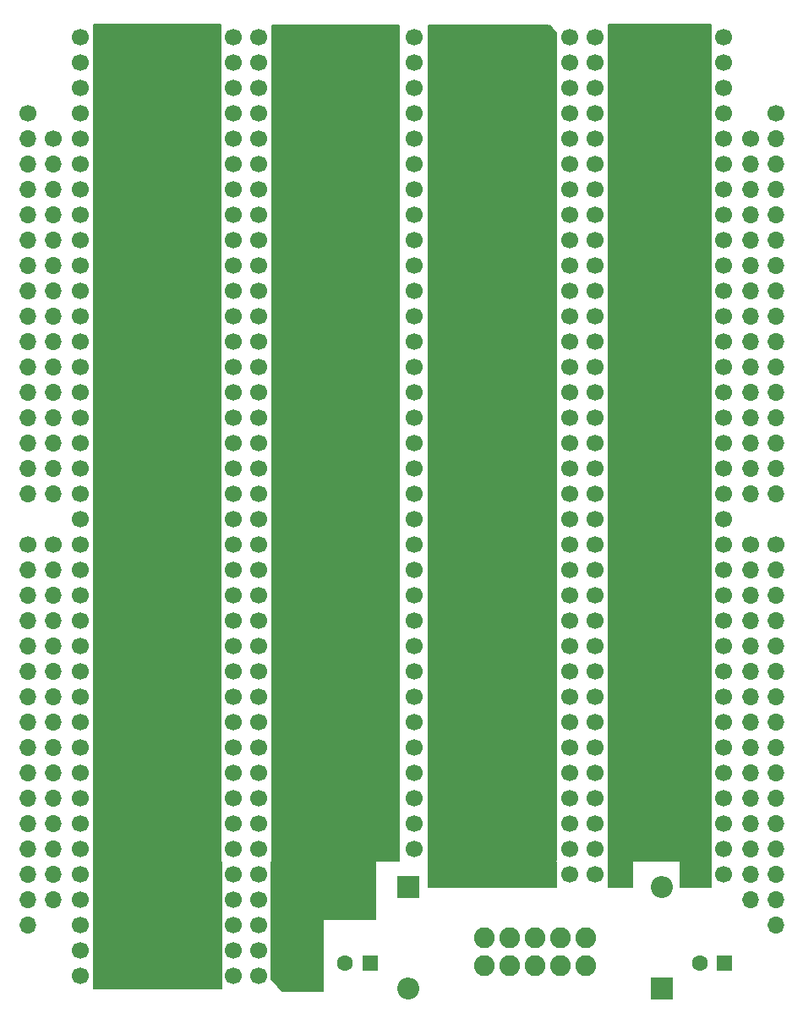
<source format=gbs>
G04 #@! TF.GenerationSoftware,KiCad,Pcbnew,(6.0.11-0)*
G04 #@! TF.CreationDate,2023-03-26T21:41:22+01:00*
G04 #@! TF.ProjectId,mainboard,6d61696e-626f-4617-9264-2e6b69636164,rev?*
G04 #@! TF.SameCoordinates,Original*
G04 #@! TF.FileFunction,Soldermask,Bot*
G04 #@! TF.FilePolarity,Negative*
%FSLAX46Y46*%
G04 Gerber Fmt 4.6, Leading zero omitted, Abs format (unit mm)*
G04 Created by KiCad (PCBNEW (6.0.11-0)) date 2023-03-26 21:41:22*
%MOMM*%
%LPD*%
G01*
G04 APERTURE LIST*
%ADD10C,0.150000*%
%ADD11C,1.700000*%
%ADD12O,1.700000X1.700000*%
%ADD13R,1.600000X1.600000*%
%ADD14C,1.600000*%
%ADD15R,2.200000X2.200000*%
%ADD16O,2.200000X2.200000*%
%ADD17C,2.082800*%
G04 APERTURE END LIST*
D10*
X27051000Y-1320800D02*
X39751000Y-1320800D01*
X39751000Y-1320800D02*
X39751000Y-84963000D01*
X39751000Y-84963000D02*
X27051000Y-84963000D01*
X27051000Y-84963000D02*
X27051000Y-1320800D01*
G36*
X27051000Y-1320800D02*
G01*
X39751000Y-1320800D01*
X39751000Y-84963000D01*
X27051000Y-84963000D01*
X27051000Y-1320800D01*
G37*
X26924000Y-95250000D02*
X32131000Y-95250000D01*
X32131000Y-95250000D02*
X32131000Y-90805000D01*
X32131000Y-90805000D02*
X26924000Y-90805000D01*
X26924000Y-90805000D02*
X26924000Y-95250000D01*
G36*
X26924000Y-95250000D02*
G01*
X32131000Y-95250000D01*
X32131000Y-90805000D01*
X26924000Y-90805000D01*
X26924000Y-95250000D01*
G37*
X42672000Y-1320800D02*
X54762400Y-1320800D01*
X54762400Y-1320800D02*
X54762400Y-84963000D01*
X54762400Y-84963000D02*
X42672000Y-84963000D01*
X42672000Y-84963000D02*
X42672000Y-1320800D01*
G36*
X42672000Y-1320800D02*
G01*
X54762400Y-1320800D01*
X54762400Y-84963000D01*
X42672000Y-84963000D01*
X42672000Y-1320800D01*
G37*
X21971000Y-90805000D02*
X9144000Y-90805000D01*
X9144000Y-90805000D02*
X9144000Y-85090000D01*
X9144000Y-85090000D02*
X21971000Y-85090000D01*
X21971000Y-85090000D02*
X21971000Y-90805000D01*
G36*
X21971000Y-90805000D02*
G01*
X9144000Y-90805000D01*
X9144000Y-85090000D01*
X21971000Y-85090000D01*
X21971000Y-90805000D01*
G37*
G36*
X32131000Y-98044000D02*
G01*
X28092400Y-98044000D01*
X26924000Y-96875600D01*
X26924000Y-95351600D01*
X32131000Y-95351600D01*
X32131000Y-98044000D01*
G37*
X32131000Y-98044000D02*
X28092400Y-98044000D01*
X26924000Y-96875600D01*
X26924000Y-95351600D01*
X32131000Y-95351600D01*
X32131000Y-98044000D01*
X60706000Y-1270000D02*
X70993000Y-1270000D01*
X70993000Y-1270000D02*
X70993000Y-84963000D01*
X70993000Y-84963000D02*
X60706000Y-84963000D01*
X60706000Y-84963000D02*
X60706000Y-1270000D01*
G36*
X60706000Y-1270000D02*
G01*
X70993000Y-1270000D01*
X70993000Y-84963000D01*
X60706000Y-84963000D01*
X60706000Y-1270000D01*
G37*
X60706000Y-85090000D02*
X63119000Y-85090000D01*
X63119000Y-85090000D02*
X63119000Y-87630000D01*
X63119000Y-87630000D02*
X60706000Y-87630000D01*
X60706000Y-87630000D02*
X60706000Y-85090000D01*
G36*
X60706000Y-85090000D02*
G01*
X63119000Y-85090000D01*
X63119000Y-87630000D01*
X60706000Y-87630000D01*
X60706000Y-85090000D01*
G37*
G36*
X55524400Y-2082800D02*
G01*
X55473600Y-84937600D01*
X54914800Y-84937600D01*
X54813200Y-1371600D01*
X55524400Y-2082800D01*
G37*
X55524400Y-2082800D02*
X55473600Y-84937600D01*
X54914800Y-84937600D01*
X54813200Y-1371600D01*
X55524400Y-2082800D01*
X37338000Y-90805000D02*
X26924000Y-90805000D01*
X26924000Y-90805000D02*
X26924000Y-85090000D01*
X26924000Y-85090000D02*
X37338000Y-85090000D01*
X37338000Y-85090000D02*
X37338000Y-90805000D01*
G36*
X37338000Y-90805000D02*
G01*
X26924000Y-90805000D01*
X26924000Y-85090000D01*
X37338000Y-85090000D01*
X37338000Y-90805000D01*
G37*
X55499000Y-87630000D02*
X42672000Y-87630000D01*
X42672000Y-87630000D02*
X42672000Y-85090000D01*
X42672000Y-85090000D02*
X55499000Y-85090000D01*
X55499000Y-85090000D02*
X55499000Y-87630000D01*
G36*
X55499000Y-87630000D02*
G01*
X42672000Y-87630000D01*
X42672000Y-85090000D01*
X55499000Y-85090000D01*
X55499000Y-87630000D01*
G37*
X9144000Y-97790000D02*
X21971000Y-97790000D01*
X21971000Y-97790000D02*
X21971000Y-90805000D01*
X21971000Y-90805000D02*
X9144000Y-90805000D01*
X9144000Y-90805000D02*
X9144000Y-97790000D01*
G36*
X9144000Y-97790000D02*
G01*
X21971000Y-97790000D01*
X21971000Y-90805000D01*
X9144000Y-90805000D01*
X9144000Y-97790000D01*
G37*
X9144000Y-1270000D02*
X21844000Y-1270000D01*
X21844000Y-1270000D02*
X21844000Y-85090000D01*
X21844000Y-85090000D02*
X9144000Y-85090000D01*
X9144000Y-85090000D02*
X9144000Y-1270000D01*
G36*
X9144000Y-1270000D02*
G01*
X21844000Y-1270000D01*
X21844000Y-85090000D01*
X9144000Y-85090000D01*
X9144000Y-1270000D01*
G37*
X67945000Y-85090000D02*
X70993000Y-85090000D01*
X70993000Y-85090000D02*
X70993000Y-87630000D01*
X70993000Y-87630000D02*
X67945000Y-87630000D01*
X67945000Y-87630000D02*
X67945000Y-85090000D01*
G36*
X67945000Y-85090000D02*
G01*
X70993000Y-85090000D01*
X70993000Y-87630000D01*
X67945000Y-87630000D01*
X67945000Y-85090000D01*
G37*
D11*
X35877500Y-40640000D03*
X18097500Y-88900000D03*
X30797500Y-2540000D03*
X69532500Y-35560000D03*
X38417500Y-55880000D03*
X69532500Y-30480000D03*
X7778750Y-43180000D03*
X25717500Y-63500000D03*
X49212500Y-50800000D03*
X30797500Y-93980000D03*
X64452500Y-5080000D03*
X33337500Y-76200000D03*
X13017500Y-38100000D03*
X59372500Y-55880000D03*
X18097500Y-60960000D03*
X30797500Y-22860000D03*
X33337500Y-17780000D03*
X10477500Y-33020000D03*
X10477500Y-88900000D03*
X25717500Y-58420000D03*
X66992500Y-66040000D03*
X35877500Y-43180000D03*
X20637500Y-83820000D03*
X35877500Y-5080000D03*
X74920000Y-12700000D03*
D12*
X74920000Y-15240000D03*
X74920000Y-17780000D03*
X74920000Y-20320000D03*
X74920000Y-22860000D03*
X74920000Y-25400000D03*
X74920000Y-27940000D03*
X74920000Y-30480000D03*
X74920000Y-33020000D03*
X74920000Y-35560000D03*
X74920000Y-38100000D03*
X74920000Y-40640000D03*
X74920000Y-43180000D03*
X74920000Y-45720000D03*
X74920000Y-48260000D03*
D11*
X18097500Y-45720000D03*
X61912500Y-5080000D03*
X7778750Y-50800000D03*
X35877500Y-17780000D03*
X35877500Y-60960000D03*
X51752500Y-45720000D03*
X51752500Y-78740000D03*
X38417500Y-43180000D03*
X33337500Y-35560000D03*
X30797500Y-25400000D03*
X35877500Y-48260000D03*
X41275000Y-38100000D03*
X23177500Y-86360000D03*
X18097500Y-96520000D03*
X46672500Y-40640000D03*
X66992500Y-76200000D03*
X61912500Y-33020000D03*
X10477500Y-53340000D03*
X13017500Y-93980000D03*
X41275000Y-48260000D03*
X28257500Y-2540000D03*
X28257500Y-93980000D03*
X38417500Y-45720000D03*
X72231250Y-22860000D03*
X10477500Y-71120000D03*
X49212500Y-27940000D03*
X49212500Y-38100000D03*
X41275000Y-17780000D03*
X44132500Y-40640000D03*
X18097500Y-66040000D03*
X59372500Y-7620000D03*
X13017500Y-63500000D03*
X30797500Y-63500000D03*
X61912500Y-10160000D03*
X51752500Y-25400000D03*
X69532500Y-76200000D03*
X41275000Y-60960000D03*
X66992500Y-5080000D03*
X66992500Y-20320000D03*
X54292500Y-50800000D03*
X10477500Y-40640000D03*
X56832500Y-30480000D03*
X46672500Y-33020000D03*
X69532500Y-58420000D03*
X66992500Y-7620000D03*
X49212500Y-7620000D03*
X69532500Y-20320000D03*
X25717500Y-86360000D03*
X69532500Y-2540000D03*
X15557500Y-30480000D03*
X56832500Y-2540000D03*
X28257500Y-40640000D03*
X61912500Y-48260000D03*
X44132500Y-48260000D03*
X44132500Y-27940000D03*
X7778750Y-71120000D03*
X5080000Y-12700000D03*
D12*
X5080000Y-15240000D03*
X5080000Y-17780000D03*
X5080000Y-20320000D03*
X5080000Y-22860000D03*
X5080000Y-25400000D03*
X5080000Y-27940000D03*
X5080000Y-30480000D03*
X5080000Y-33020000D03*
X5080000Y-35560000D03*
X5080000Y-38100000D03*
X5080000Y-40640000D03*
X5080000Y-43180000D03*
X5080000Y-45720000D03*
X5080000Y-48260000D03*
D11*
X49212500Y-53340000D03*
X66992500Y-45720000D03*
X20637500Y-2540000D03*
X69532500Y-83820000D03*
X59372500Y-30480000D03*
X64452500Y-30480000D03*
X23177500Y-7620000D03*
X20637500Y-55880000D03*
X18097500Y-25400000D03*
X41275000Y-40640000D03*
X28257500Y-63500000D03*
X7778750Y-12700000D03*
X25717500Y-78740000D03*
X69532500Y-25400000D03*
X20637500Y-76200000D03*
X49212500Y-81280000D03*
X33337500Y-30480000D03*
X7778750Y-48260000D03*
X15557500Y-12700000D03*
X35877500Y-68580000D03*
X10477500Y-27940000D03*
X18097500Y-12700000D03*
X15557500Y-81280000D03*
X13017500Y-58420000D03*
X72231250Y-40640000D03*
X25717500Y-30480000D03*
X28257500Y-68580000D03*
X15557500Y-58420000D03*
X10477500Y-55880000D03*
X25717500Y-35560000D03*
X56832500Y-33020000D03*
X49212500Y-78740000D03*
X23177500Y-88900000D03*
X35877500Y-30480000D03*
X25717500Y-50800000D03*
X54292500Y-45720000D03*
X33337500Y-66040000D03*
X51752500Y-40640000D03*
X33337500Y-71120000D03*
X69532500Y-71120000D03*
X46672500Y-27940000D03*
X7778750Y-86360000D03*
X49212500Y-68580000D03*
X54292500Y-43180000D03*
X54292500Y-63500000D03*
X10477500Y-50800000D03*
X41275000Y-50800000D03*
X30797500Y-48260000D03*
X13017500Y-66040000D03*
X69532500Y-40640000D03*
X69532500Y-17780000D03*
X54292500Y-35560000D03*
X28257500Y-48260000D03*
X20637500Y-45720000D03*
X18097500Y-43180000D03*
X66992500Y-12700000D03*
X66992500Y-55880000D03*
X61912500Y-40640000D03*
X38417500Y-30480000D03*
X38417500Y-71120000D03*
X61912500Y-55880000D03*
X10477500Y-10160000D03*
X54292500Y-27940000D03*
X25717500Y-25400000D03*
X51752500Y-60960000D03*
X35877500Y-2540000D03*
X69532500Y-7620000D03*
X23177500Y-38100000D03*
X51752500Y-43180000D03*
X44132500Y-68580000D03*
X49212500Y-5080000D03*
X28257500Y-83820000D03*
X61912500Y-53340000D03*
X66992500Y-83820000D03*
X15557500Y-2540000D03*
X25717500Y-73660000D03*
X59372500Y-40640000D03*
X64452500Y-43180000D03*
X7778750Y-22860000D03*
X59372500Y-12700000D03*
X30797500Y-83820000D03*
X35877500Y-58420000D03*
X49212500Y-10160000D03*
X20637500Y-50800000D03*
X33337500Y-10160000D03*
X59372500Y-53340000D03*
X41275000Y-2540000D03*
X28257500Y-60960000D03*
X7778750Y-83820000D03*
X56832500Y-17780000D03*
X35877500Y-27940000D03*
X44132500Y-78740000D03*
X18097500Y-86360000D03*
X15557500Y-66040000D03*
X35877500Y-83820000D03*
X46672500Y-58420000D03*
X41275000Y-55880000D03*
X41275000Y-71120000D03*
X54292500Y-5080000D03*
X59372500Y-10160000D03*
X56832500Y-55880000D03*
X35877500Y-78740000D03*
X35877500Y-10160000D03*
X28257500Y-38100000D03*
X15557500Y-86360000D03*
X25717500Y-17780000D03*
X10477500Y-12700000D03*
X69532500Y-55880000D03*
X35877500Y-20320000D03*
X72231250Y-73660000D03*
X30797500Y-55880000D03*
X44132500Y-17780000D03*
X64452500Y-17780000D03*
X15557500Y-71120000D03*
X18097500Y-10160000D03*
X72231250Y-12700000D03*
X30797500Y-86360000D03*
X54292500Y-22860000D03*
X10477500Y-15240000D03*
X66992500Y-35560000D03*
X44132500Y-20320000D03*
X7778750Y-20320000D03*
X20637500Y-86360000D03*
X15557500Y-5080000D03*
X51752500Y-73660000D03*
D13*
X72350000Y-95250000D03*
D14*
X69850000Y-95250000D03*
D11*
X49212500Y-43180000D03*
X66992500Y-17780000D03*
X51752500Y-38100000D03*
X30797500Y-38100000D03*
X49212500Y-40640000D03*
X38417500Y-7620000D03*
X10477500Y-45720000D03*
X7778750Y-53340000D03*
X13017500Y-12700000D03*
X7778750Y-68580000D03*
X51752500Y-22860000D03*
X46672500Y-10160000D03*
X23177500Y-63500000D03*
X44132500Y-83820000D03*
X23177500Y-25400000D03*
X35877500Y-50800000D03*
X46672500Y-7620000D03*
X33337500Y-15240000D03*
X72231250Y-60960000D03*
X15557500Y-15240000D03*
X54292500Y-68580000D03*
X61912500Y-17780000D03*
X7778750Y-5080000D03*
X72231250Y-71120000D03*
X33337500Y-2540000D03*
X64452500Y-38100000D03*
X59372500Y-60960000D03*
X38417500Y-10160000D03*
X41275000Y-5080000D03*
X10477500Y-20320000D03*
X41275000Y-45720000D03*
X46672500Y-76200000D03*
X28257500Y-53340000D03*
X35877500Y-66040000D03*
X15557500Y-17780000D03*
X59372500Y-78740000D03*
X10477500Y-60960000D03*
X20637500Y-63500000D03*
X59372500Y-83820000D03*
X61912500Y-38100000D03*
X23177500Y-45720000D03*
X23177500Y-40640000D03*
X61912500Y-27940000D03*
X30797500Y-81280000D03*
X15557500Y-96520000D03*
X49212500Y-86360000D03*
X66992500Y-27940000D03*
X28257500Y-45720000D03*
X25717500Y-71120000D03*
X51752500Y-30480000D03*
X49212500Y-48260000D03*
X51752500Y-55880000D03*
X35877500Y-22860000D03*
X18097500Y-15240000D03*
X13017500Y-50800000D03*
X20637500Y-60960000D03*
X20637500Y-27940000D03*
X51752500Y-5080000D03*
X18097500Y-91440000D03*
X28257500Y-15240000D03*
X18097500Y-27940000D03*
X54292500Y-86360000D03*
X7778750Y-17780000D03*
X64452500Y-2540000D03*
X10477500Y-66040000D03*
X35877500Y-88900000D03*
X69532500Y-86360000D03*
X54292500Y-10160000D03*
X20637500Y-71120000D03*
X44132500Y-10160000D03*
X56832500Y-27940000D03*
X72231250Y-27940000D03*
X64452500Y-45720000D03*
X56832500Y-63500000D03*
X13017500Y-10160000D03*
X56832500Y-35560000D03*
X41275000Y-12700000D03*
X30797500Y-58420000D03*
X20637500Y-43180000D03*
X59372500Y-81280000D03*
X20637500Y-68580000D03*
X20637500Y-7620000D03*
X49212500Y-83820000D03*
X38417500Y-48260000D03*
X56832500Y-60960000D03*
X64452500Y-63500000D03*
X54292500Y-7620000D03*
X61912500Y-43180000D03*
X23177500Y-73660000D03*
X51752500Y-15240000D03*
X49212500Y-33020000D03*
X49212500Y-30480000D03*
X13017500Y-78740000D03*
X41275000Y-15240000D03*
X59372500Y-35560000D03*
X30797500Y-33020000D03*
X15557500Y-60960000D03*
X28257500Y-10160000D03*
X20637500Y-88900000D03*
X25717500Y-91440000D03*
X41275000Y-30480000D03*
X28257500Y-58420000D03*
X18097500Y-35560000D03*
X33337500Y-81280000D03*
X13017500Y-35560000D03*
X20637500Y-35560000D03*
X18097500Y-7620000D03*
X61912500Y-58420000D03*
X61912500Y-63500000D03*
X69532500Y-33020000D03*
X49212500Y-17780000D03*
X72231250Y-68580000D03*
X64452500Y-10160000D03*
X54292500Y-55880000D03*
X28257500Y-73660000D03*
X54292500Y-33020000D03*
X64452500Y-81280000D03*
X61912500Y-15240000D03*
X18097500Y-63500000D03*
X46672500Y-43180000D03*
X54292500Y-40640000D03*
X10477500Y-96520000D03*
X64452500Y-20320000D03*
X46672500Y-2540000D03*
X7778750Y-15240000D03*
X69532500Y-5080000D03*
X61912500Y-7620000D03*
X35877500Y-38100000D03*
X13017500Y-40640000D03*
X69532500Y-38100000D03*
X56832500Y-50800000D03*
X59372500Y-73660000D03*
X51752500Y-68580000D03*
X61912500Y-83820000D03*
X33337500Y-7620000D03*
X15557500Y-73660000D03*
X72231250Y-81280000D03*
X13017500Y-96520000D03*
X25717500Y-53340000D03*
X13017500Y-5080000D03*
X7778750Y-93980000D03*
X56832500Y-38100000D03*
X20637500Y-78740000D03*
X15557500Y-88900000D03*
X20637500Y-33020000D03*
X35877500Y-73660000D03*
X35877500Y-35560000D03*
X35877500Y-63500000D03*
X18097500Y-53340000D03*
X38417500Y-81280000D03*
X13017500Y-43180000D03*
X23177500Y-20320000D03*
X44132500Y-63500000D03*
X15557500Y-38100000D03*
X18097500Y-76200000D03*
X56832500Y-25400000D03*
X51752500Y-66040000D03*
X49212500Y-76200000D03*
X20637500Y-10160000D03*
X7778750Y-40640000D03*
X46672500Y-12700000D03*
X7778750Y-58420000D03*
X30797500Y-45720000D03*
X66992500Y-15240000D03*
X23177500Y-60960000D03*
X20637500Y-53340000D03*
X38417500Y-27940000D03*
X35877500Y-81280000D03*
X59372500Y-50800000D03*
X72231250Y-25400000D03*
X51752500Y-63500000D03*
X38417500Y-66040000D03*
X10477500Y-58420000D03*
X54292500Y-38100000D03*
X38417500Y-25400000D03*
X72231250Y-66040000D03*
X10477500Y-86360000D03*
X33337500Y-58420000D03*
X56832500Y-73660000D03*
X44132500Y-12700000D03*
X7778750Y-25400000D03*
X28257500Y-66040000D03*
X28257500Y-91440000D03*
X2540000Y-10160000D03*
D12*
X2540000Y-12700000D03*
X2540000Y-15240000D03*
X2540000Y-17780000D03*
X2540000Y-20320000D03*
X2540000Y-22860000D03*
X2540000Y-25400000D03*
X2540000Y-27940000D03*
X2540000Y-30480000D03*
X2540000Y-33020000D03*
X2540000Y-35560000D03*
X2540000Y-38100000D03*
X2540000Y-40640000D03*
X2540000Y-43180000D03*
X2540000Y-45720000D03*
X2540000Y-48260000D03*
D11*
X18097500Y-93980000D03*
X5080000Y-53340000D03*
D12*
X5080000Y-55880000D03*
X5080000Y-58420000D03*
X5080000Y-60960000D03*
X5080000Y-63500000D03*
X5080000Y-66040000D03*
X5080000Y-68580000D03*
X5080000Y-71120000D03*
X5080000Y-73660000D03*
X5080000Y-76200000D03*
X5080000Y-78740000D03*
X5080000Y-81280000D03*
X5080000Y-83820000D03*
X5080000Y-86360000D03*
X5080000Y-88900000D03*
D11*
X72231250Y-38100000D03*
X20637500Y-40640000D03*
X64452500Y-12700000D03*
X33337500Y-60960000D03*
X25717500Y-40640000D03*
X41275000Y-76200000D03*
X15557500Y-40640000D03*
X46672500Y-17780000D03*
X28257500Y-35560000D03*
X35877500Y-71120000D03*
X33337500Y-63500000D03*
X15557500Y-35560000D03*
X46672500Y-81280000D03*
X59372500Y-2540000D03*
X66992500Y-78740000D03*
X23177500Y-22860000D03*
X51752500Y-81280000D03*
X20637500Y-48260000D03*
X59372500Y-43180000D03*
X28257500Y-20320000D03*
X15557500Y-55880000D03*
X18097500Y-30480000D03*
X66992500Y-33020000D03*
X56832500Y-12700000D03*
X41275000Y-10160000D03*
X7778750Y-60960000D03*
X66992500Y-30480000D03*
X64452500Y-73660000D03*
X54292500Y-30480000D03*
X41275000Y-22860000D03*
X66992500Y-10160000D03*
X54292500Y-15240000D03*
X69532500Y-68580000D03*
X49212500Y-58420000D03*
X28257500Y-50800000D03*
X18097500Y-5080000D03*
X46672500Y-78740000D03*
X64452500Y-33020000D03*
X56832500Y-48260000D03*
X18097500Y-2540000D03*
X72231250Y-5080000D03*
X30797500Y-60960000D03*
X54292500Y-17780000D03*
X25717500Y-55880000D03*
X28257500Y-22860000D03*
X23177500Y-48260000D03*
X13017500Y-27940000D03*
X44132500Y-50800000D03*
X30797500Y-43180000D03*
X10477500Y-93980000D03*
X61912500Y-30480000D03*
X13017500Y-17780000D03*
X2540000Y-53340000D03*
D12*
X2540000Y-55880000D03*
X2540000Y-58420000D03*
X2540000Y-60960000D03*
X2540000Y-63500000D03*
X2540000Y-66040000D03*
X2540000Y-68580000D03*
X2540000Y-71120000D03*
X2540000Y-73660000D03*
X2540000Y-76200000D03*
X2540000Y-78740000D03*
X2540000Y-81280000D03*
X2540000Y-83820000D03*
X2540000Y-86360000D03*
X2540000Y-88900000D03*
X2540000Y-91440000D03*
D11*
X30797500Y-53340000D03*
X61912500Y-71120000D03*
X25717500Y-20320000D03*
X54292500Y-66040000D03*
X56832500Y-76200000D03*
X38417500Y-60960000D03*
X18097500Y-17780000D03*
X64452500Y-27940000D03*
X33337500Y-88900000D03*
X13017500Y-91440000D03*
X30797500Y-30480000D03*
X13017500Y-53340000D03*
X23177500Y-66040000D03*
X28257500Y-88900000D03*
X59372500Y-68580000D03*
X13017500Y-83820000D03*
X30797500Y-7620000D03*
D15*
X40640000Y-87630000D03*
D16*
X40640000Y-97790000D03*
D11*
X23177500Y-78740000D03*
X18097500Y-20320000D03*
X33337500Y-68580000D03*
X66992500Y-63500000D03*
X33337500Y-33020000D03*
X28257500Y-30480000D03*
X13017500Y-2540000D03*
X10477500Y-43180000D03*
X56832500Y-10160000D03*
X13017500Y-45720000D03*
X61912500Y-25400000D03*
X49212500Y-35560000D03*
X44132500Y-86360000D03*
X35877500Y-55880000D03*
X30797500Y-10160000D03*
X28257500Y-86360000D03*
X72231250Y-53340000D03*
X15557500Y-33020000D03*
X66992500Y-68580000D03*
X38417500Y-15240000D03*
X64452500Y-15240000D03*
X13017500Y-86360000D03*
X54292500Y-71120000D03*
X10477500Y-35560000D03*
X61912500Y-20320000D03*
X49212500Y-45720000D03*
X69532500Y-60960000D03*
X15557500Y-93980000D03*
X28257500Y-25400000D03*
X20637500Y-5080000D03*
X10477500Y-76200000D03*
X46672500Y-68580000D03*
X15557500Y-10160000D03*
X33337500Y-55880000D03*
X56832500Y-86360000D03*
X13017500Y-33020000D03*
X41275000Y-78740000D03*
X54292500Y-73660000D03*
X38417500Y-58420000D03*
X41275000Y-43180000D03*
X51752500Y-53340000D03*
X18097500Y-81280000D03*
X49212500Y-60960000D03*
X20637500Y-17780000D03*
X54292500Y-58420000D03*
X7778750Y-91440000D03*
X46672500Y-5080000D03*
X30797500Y-78740000D03*
X49212500Y-20320000D03*
X15557500Y-48260000D03*
X56832500Y-20320000D03*
X51752500Y-2540000D03*
X23177500Y-35560000D03*
X72231250Y-55880000D03*
X20637500Y-22860000D03*
X54292500Y-48260000D03*
X44132500Y-35560000D03*
X72231250Y-15240000D03*
X64452500Y-58420000D03*
X72231250Y-58420000D03*
X25717500Y-48260000D03*
X41275000Y-27940000D03*
X51752500Y-27940000D03*
X13017500Y-30480000D03*
X23177500Y-83820000D03*
X38417500Y-73660000D03*
X72231250Y-76200000D03*
X7778750Y-10160000D03*
X59372500Y-48260000D03*
X64452500Y-25400000D03*
X18097500Y-83820000D03*
X13017500Y-73660000D03*
X15557500Y-63500000D03*
X28257500Y-81280000D03*
X56832500Y-71120000D03*
X72231250Y-17780000D03*
X18097500Y-58420000D03*
X41275000Y-33020000D03*
X15557500Y-7620000D03*
X25717500Y-7620000D03*
X15557500Y-20320000D03*
X23177500Y-55880000D03*
X54292500Y-20320000D03*
X10477500Y-68580000D03*
X18097500Y-73660000D03*
X10477500Y-48260000D03*
X69532500Y-78740000D03*
X49212500Y-22860000D03*
X33337500Y-45720000D03*
X56832500Y-15240000D03*
X7778750Y-73660000D03*
X10477500Y-25400000D03*
X13017500Y-22860000D03*
X56832500Y-7620000D03*
X33337500Y-43180000D03*
X72231250Y-7620000D03*
X44132500Y-76200000D03*
X18097500Y-40640000D03*
X41275000Y-73660000D03*
X38417500Y-83820000D03*
X61912500Y-50800000D03*
X69532500Y-73660000D03*
X46672500Y-66040000D03*
X20637500Y-25400000D03*
X72231250Y-78740000D03*
X7778750Y-81280000D03*
X44132500Y-7620000D03*
X18097500Y-71120000D03*
X64452500Y-83820000D03*
X44132500Y-66040000D03*
X54292500Y-81280000D03*
X35877500Y-25400000D03*
X38417500Y-12700000D03*
X7778750Y-33020000D03*
X35877500Y-53340000D03*
X33337500Y-25400000D03*
X20637500Y-20320000D03*
X56832500Y-40640000D03*
X56832500Y-83820000D03*
D15*
X66040000Y-97750000D03*
D16*
X66040000Y-87590000D03*
D11*
X69532500Y-10160000D03*
X10477500Y-17780000D03*
X23177500Y-58420000D03*
X44132500Y-45720000D03*
X13017500Y-55880000D03*
X61912500Y-35560000D03*
X41275000Y-20320000D03*
X15557500Y-53340000D03*
X51752500Y-48260000D03*
X10477500Y-81280000D03*
X25717500Y-76200000D03*
X28257500Y-78740000D03*
X46672500Y-60960000D03*
X64452500Y-76200000D03*
X59372500Y-66040000D03*
X69532500Y-53340000D03*
X77460000Y-10160000D03*
D12*
X77460000Y-12700000D03*
X77460000Y-15240000D03*
X77460000Y-17780000D03*
X77460000Y-20320000D03*
X77460000Y-22860000D03*
X77460000Y-25400000D03*
X77460000Y-27940000D03*
X77460000Y-30480000D03*
X77460000Y-33020000D03*
X77460000Y-35560000D03*
X77460000Y-38100000D03*
X77460000Y-40640000D03*
X77460000Y-43180000D03*
X77460000Y-45720000D03*
X77460000Y-48260000D03*
D11*
X69532500Y-15240000D03*
X30797500Y-88900000D03*
X13017500Y-7620000D03*
X61912500Y-2540000D03*
X23177500Y-71120000D03*
X54292500Y-76200000D03*
X66992500Y-60960000D03*
X13017500Y-60960000D03*
X23177500Y-17780000D03*
X64452500Y-60960000D03*
X41275000Y-25400000D03*
X64452500Y-40640000D03*
X56832500Y-45720000D03*
X25717500Y-68580000D03*
X44132500Y-25400000D03*
X28257500Y-12700000D03*
X25717500Y-15240000D03*
X54292500Y-53340000D03*
X49212500Y-12700000D03*
X72231250Y-45720000D03*
X51752500Y-58420000D03*
X54292500Y-83820000D03*
X35877500Y-7620000D03*
X35877500Y-33020000D03*
X56832500Y-68580000D03*
X15557500Y-27940000D03*
X33337500Y-5080000D03*
X13017500Y-71120000D03*
X28257500Y-27940000D03*
X41275000Y-66040000D03*
X35877500Y-86360000D03*
X51752500Y-17780000D03*
X44132500Y-43180000D03*
X25717500Y-45720000D03*
X38417500Y-33020000D03*
X69532500Y-12700000D03*
X56832500Y-53340000D03*
X66992500Y-22860000D03*
X20637500Y-73660000D03*
X46672500Y-22860000D03*
X46672500Y-35560000D03*
X10477500Y-63500000D03*
X72231250Y-20320000D03*
X72231250Y-35560000D03*
X49212500Y-2540000D03*
X49212500Y-73660000D03*
X23177500Y-33020000D03*
X15557500Y-50800000D03*
X72231250Y-2540000D03*
X7778750Y-38100000D03*
X64452500Y-66040000D03*
X61912500Y-68580000D03*
X10477500Y-91440000D03*
X35877500Y-76200000D03*
X64452500Y-55880000D03*
X30797500Y-91440000D03*
X61912500Y-45720000D03*
X7778750Y-30480000D03*
X25717500Y-2540000D03*
X61912500Y-12700000D03*
X10477500Y-78740000D03*
X20637500Y-12700000D03*
X30797500Y-66040000D03*
X44132500Y-30480000D03*
X30797500Y-17780000D03*
X49212500Y-66040000D03*
X54292500Y-2540000D03*
X46672500Y-63500000D03*
X59372500Y-86360000D03*
X30797500Y-12700000D03*
X41275000Y-63500000D03*
X23177500Y-81280000D03*
X77460000Y-53340000D03*
D12*
X77460000Y-55880000D03*
X77460000Y-58420000D03*
X77460000Y-60960000D03*
X77460000Y-63500000D03*
X77460000Y-66040000D03*
X77460000Y-68580000D03*
X77460000Y-71120000D03*
X77460000Y-73660000D03*
X77460000Y-76200000D03*
X77460000Y-78740000D03*
X77460000Y-81280000D03*
X77460000Y-83820000D03*
X77460000Y-86360000D03*
X77460000Y-88900000D03*
X77460000Y-91440000D03*
D11*
X38417500Y-50800000D03*
X10477500Y-5080000D03*
X13017500Y-76200000D03*
X25717500Y-93980000D03*
X7778750Y-66040000D03*
X56832500Y-81280000D03*
X13017500Y-20320000D03*
X25717500Y-43180000D03*
X61912500Y-66040000D03*
X54292500Y-78740000D03*
X7778750Y-78740000D03*
X20637500Y-15240000D03*
X44132500Y-15240000D03*
X33337500Y-22860000D03*
X38417500Y-2540000D03*
X20637500Y-66040000D03*
X74920000Y-53340000D03*
D12*
X74920000Y-55880000D03*
X74920000Y-58420000D03*
X74920000Y-60960000D03*
X74920000Y-63500000D03*
X74920000Y-66040000D03*
X74920000Y-68580000D03*
X74920000Y-71120000D03*
X74920000Y-73660000D03*
X74920000Y-76200000D03*
X74920000Y-78740000D03*
X74920000Y-81280000D03*
X74920000Y-83820000D03*
X74920000Y-86360000D03*
X74920000Y-88900000D03*
D11*
X41275000Y-35560000D03*
X30797500Y-35560000D03*
X15557500Y-83820000D03*
X38417500Y-76200000D03*
X33337500Y-86360000D03*
X25717500Y-12700000D03*
X56832500Y-58420000D03*
X20637500Y-93980000D03*
X23177500Y-30480000D03*
X30797500Y-15240000D03*
X15557500Y-45720000D03*
X33337500Y-38100000D03*
X69532500Y-48260000D03*
X20637500Y-38100000D03*
X61912500Y-81280000D03*
X38417500Y-17780000D03*
X66992500Y-48260000D03*
X28257500Y-17780000D03*
X41275000Y-81280000D03*
X38417500Y-40640000D03*
X46672500Y-83820000D03*
X51752500Y-10160000D03*
X15557500Y-78740000D03*
X69532500Y-27940000D03*
D13*
X36830000Y-95250000D03*
D14*
X34330000Y-95250000D03*
D11*
X64452500Y-50800000D03*
X23177500Y-10160000D03*
X38417500Y-68580000D03*
X44132500Y-5080000D03*
X49212500Y-63500000D03*
X23177500Y-50800000D03*
X20637500Y-96520000D03*
X38417500Y-38100000D03*
X66992500Y-2540000D03*
X51752500Y-71120000D03*
X59372500Y-25400000D03*
X59372500Y-20320000D03*
X51752500Y-35560000D03*
X20637500Y-91440000D03*
X25717500Y-96520000D03*
X66992500Y-81280000D03*
X13017500Y-25400000D03*
X23177500Y-68580000D03*
X13017500Y-88900000D03*
X64452500Y-78740000D03*
X23177500Y-53340000D03*
X30797500Y-76200000D03*
X64452500Y-22860000D03*
X51752500Y-33020000D03*
X72231250Y-50800000D03*
X38417500Y-78740000D03*
X44132500Y-22860000D03*
X15557500Y-76200000D03*
X66992500Y-71120000D03*
X59372500Y-76200000D03*
X7778750Y-7620000D03*
X59372500Y-5080000D03*
X56832500Y-43180000D03*
X64452500Y-35560000D03*
X72231250Y-86360000D03*
X41275000Y-7620000D03*
X30797500Y-27940000D03*
X23177500Y-91440000D03*
X10477500Y-7620000D03*
X46672500Y-25400000D03*
X33337500Y-50800000D03*
X18097500Y-22860000D03*
X59372500Y-33020000D03*
X46672500Y-38100000D03*
X25717500Y-60960000D03*
X64452500Y-48260000D03*
X23177500Y-93980000D03*
X28257500Y-96520000D03*
X33337500Y-40640000D03*
X44132500Y-71120000D03*
X15557500Y-43180000D03*
X61912500Y-60960000D03*
X44132500Y-2540000D03*
X61912500Y-73660000D03*
X33337500Y-48260000D03*
X25717500Y-83820000D03*
X18097500Y-55880000D03*
X25717500Y-10160000D03*
X69532500Y-81280000D03*
X13017500Y-15240000D03*
X10477500Y-22860000D03*
X56832500Y-22860000D03*
X56832500Y-78740000D03*
X13017500Y-81280000D03*
X61912500Y-78740000D03*
X72231250Y-33020000D03*
X54292500Y-60960000D03*
X61912500Y-76200000D03*
X33337500Y-78740000D03*
X25717500Y-38100000D03*
X30797500Y-20320000D03*
X7778750Y-96520000D03*
X25717500Y-81280000D03*
X44132500Y-60960000D03*
X15557500Y-91440000D03*
X69532500Y-22860000D03*
X44132500Y-73660000D03*
X44132500Y-55880000D03*
X46672500Y-55880000D03*
X46672500Y-71120000D03*
X61912500Y-22860000D03*
X35877500Y-45720000D03*
X66992500Y-43180000D03*
X72231250Y-83820000D03*
X18097500Y-38100000D03*
X59372500Y-58420000D03*
X69532500Y-50800000D03*
X35877500Y-15240000D03*
X10477500Y-83820000D03*
X18097500Y-68580000D03*
X23177500Y-43180000D03*
X38417500Y-35560000D03*
X20637500Y-30480000D03*
X7778750Y-2540000D03*
X23177500Y-5080000D03*
X15557500Y-22860000D03*
X33337500Y-12700000D03*
X28257500Y-43180000D03*
X33337500Y-73660000D03*
X46672500Y-50800000D03*
X18097500Y-48260000D03*
X59372500Y-17780000D03*
X59372500Y-22860000D03*
X66992500Y-25400000D03*
X64452500Y-53340000D03*
X51752500Y-83820000D03*
X23177500Y-96520000D03*
X28257500Y-5080000D03*
X15557500Y-68580000D03*
X18097500Y-78740000D03*
X20637500Y-58420000D03*
X28257500Y-55880000D03*
X51752500Y-86360000D03*
X20637500Y-81280000D03*
X51752500Y-50800000D03*
X72231250Y-63500000D03*
X44132500Y-38100000D03*
X28257500Y-71120000D03*
X23177500Y-76200000D03*
X25717500Y-5080000D03*
X61912500Y-86360000D03*
X51752500Y-7620000D03*
X23177500Y-2540000D03*
X59372500Y-71120000D03*
X49212500Y-25400000D03*
X49212500Y-55880000D03*
X33337500Y-27940000D03*
X46672500Y-45720000D03*
X72231250Y-48260000D03*
X38417500Y-5080000D03*
X46672500Y-15240000D03*
X69532500Y-63500000D03*
X66992500Y-38100000D03*
X25717500Y-66040000D03*
X30797500Y-50800000D03*
X72231250Y-30480000D03*
X49212500Y-71120000D03*
X66992500Y-50800000D03*
X66992500Y-40640000D03*
X23177500Y-27940000D03*
X28257500Y-7620000D03*
X64452500Y-68580000D03*
X38417500Y-22860000D03*
X15557500Y-25400000D03*
X30797500Y-40640000D03*
X46672500Y-20320000D03*
X30797500Y-73660000D03*
X72231250Y-10160000D03*
X56832500Y-5080000D03*
X59372500Y-38100000D03*
X46672500Y-48260000D03*
X72231250Y-43180000D03*
X25717500Y-27940000D03*
X41275000Y-83820000D03*
X41275000Y-58420000D03*
X44132500Y-81280000D03*
X7778750Y-63500000D03*
X38417500Y-53340000D03*
X44132500Y-33020000D03*
X44132500Y-58420000D03*
X66992500Y-53340000D03*
X69532500Y-45720000D03*
X7778750Y-55880000D03*
X38417500Y-20320000D03*
X7778750Y-88900000D03*
X7778750Y-35560000D03*
X10477500Y-2540000D03*
X66992500Y-73660000D03*
X30797500Y-71120000D03*
X46672500Y-86360000D03*
X49212500Y-15240000D03*
X13017500Y-68580000D03*
X28257500Y-33020000D03*
X41275000Y-53340000D03*
X7778750Y-27940000D03*
X46672500Y-73660000D03*
X51752500Y-12700000D03*
X18097500Y-33020000D03*
X23177500Y-12700000D03*
X59372500Y-63500000D03*
X51752500Y-20320000D03*
X28257500Y-76200000D03*
X44132500Y-53340000D03*
X51752500Y-76200000D03*
X33337500Y-53340000D03*
X69532500Y-43180000D03*
X25717500Y-22860000D03*
X54292500Y-12700000D03*
X7778750Y-45720000D03*
X10477500Y-30480000D03*
X41275000Y-68580000D03*
X23177500Y-15240000D03*
X25717500Y-88900000D03*
X59372500Y-45720000D03*
X46672500Y-30480000D03*
X33337500Y-83820000D03*
X59372500Y-15240000D03*
X13017500Y-48260000D03*
X64452500Y-7620000D03*
X54292500Y-25400000D03*
X30797500Y-5080000D03*
X64452500Y-71120000D03*
X25717500Y-33020000D03*
X30797500Y-68580000D03*
X46672500Y-53340000D03*
X59372500Y-27940000D03*
X56832500Y-66040000D03*
X66992500Y-58420000D03*
X38417500Y-63500000D03*
X18097500Y-50800000D03*
X10477500Y-38100000D03*
X35877500Y-12700000D03*
X30797500Y-96520000D03*
X33337500Y-20320000D03*
X69532500Y-66040000D03*
X10477500Y-73660000D03*
X7778750Y-76200000D03*
D17*
X58420000Y-95504000D03*
X58420000Y-92710000D03*
X55880000Y-95504000D03*
X55880000Y-92710000D03*
X53340000Y-95504000D03*
X53340000Y-92710000D03*
X50800000Y-95504000D03*
X50800000Y-92710000D03*
X48260000Y-95504000D03*
X48260000Y-92710000D03*
M02*

</source>
